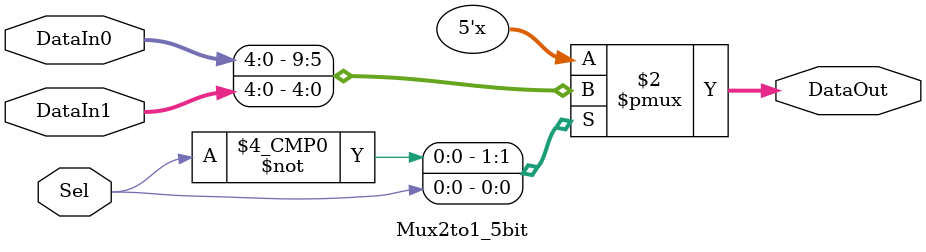
<source format=v>
`timescale 1ns / 1ps
module Mux2to1_5bit(DataIn0, DataIn1, Sel, DataOut);
	input 					Sel;
	input 		[4:0] 	DataIn0, DataIn1;
	output reg 	[4:0]	DataOut;

	always@(Sel, DataIn0, DataIn1) 
	begin
		case(Sel)
			1'b0: 	DataOut <= DataIn0; 
			1'b1: 	DataOut <= DataIn1;
			default: DataOut <= 32'bX; //assign X unknown by defaults
		endcase
	end
endmodule

</source>
